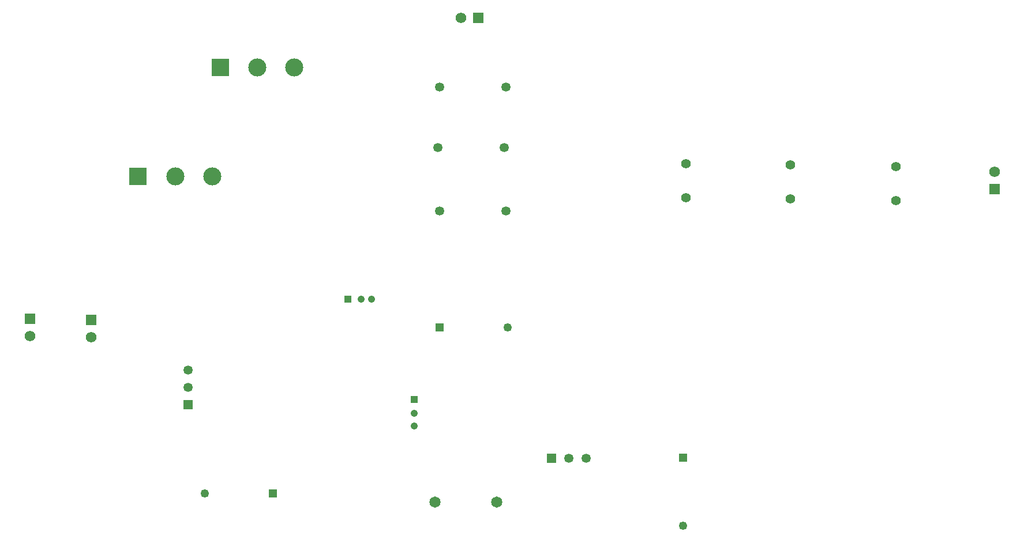
<source format=gtl>
G04*
G04 #@! TF.GenerationSoftware,Altium Limited,Altium Designer,23.2.1 (34)*
G04*
G04 Layer_Physical_Order=1*
G04 Layer_Color=255*
%FSLAX44Y44*%
%MOMM*%
G71*
G04*
G04 #@! TF.SameCoordinates,1D430AEC-14A7-47DC-8016-A447EEC89EF4*
G04*
G04*
G04 #@! TF.FilePolarity,Positive*
G04*
G01*
G75*
%ADD15C,1.3500*%
%ADD16R,1.3500X1.3500*%
%ADD17C,1.5700*%
%ADD18R,1.5700X1.5700*%
%ADD20C,2.6500*%
%ADD21R,2.6500X2.6500*%
%ADD22C,1.2500*%
%ADD23R,1.2500X1.2500*%
%ADD26R,1.5700X1.5700*%
%ADD28R,1.3500X1.3500*%
%ADD31R,1.2500X1.2500*%
%ADD32R,1.0500X1.0500*%
%ADD33C,1.0500*%
%ADD34C,1.4000*%
%ADD35R,1.0500X1.0500*%
%ADD36C,1.6500*%
D15*
X530860Y683260D02*
D03*
Y657860D02*
D03*
X997690Y1098550D02*
D03*
X899690D02*
D03*
X995150Y1009650D02*
D03*
X897150D02*
D03*
X997690Y916940D02*
D03*
X899690D02*
D03*
X1115060Y553720D02*
D03*
X1089660D02*
D03*
D16*
X530860Y632460D02*
D03*
D17*
X930910Y1200150D02*
D03*
X1714500Y974090D02*
D03*
X388620Y731520D02*
D03*
X298450Y732790D02*
D03*
D18*
X956310Y1200150D02*
D03*
D20*
X686850Y1127760D02*
D03*
X632350D02*
D03*
X566420Y967740D02*
D03*
X511920D02*
D03*
D21*
X577850Y1127760D02*
D03*
X457420Y967740D02*
D03*
D22*
X999960Y745490D02*
D03*
X554990Y501650D02*
D03*
X1257300Y454190D02*
D03*
D23*
X899960Y745490D02*
D03*
X654990Y501650D02*
D03*
D26*
X1714500Y948690D02*
D03*
X388620Y756920D02*
D03*
X298450Y758190D02*
D03*
D28*
X1064260Y553720D02*
D03*
D31*
X1257300Y554190D02*
D03*
D32*
X765000Y787400D02*
D03*
D33*
X784860D02*
D03*
X800000D02*
D03*
X862330Y619760D02*
D03*
Y601000D02*
D03*
D34*
X1414780Y934720D02*
D03*
Y984720D02*
D03*
X1569720Y932180D02*
D03*
Y982180D02*
D03*
X1261110Y935990D02*
D03*
Y985990D02*
D03*
D35*
X862330Y640000D02*
D03*
D36*
X983530Y488950D02*
D03*
X893530D02*
D03*
M02*

</source>
